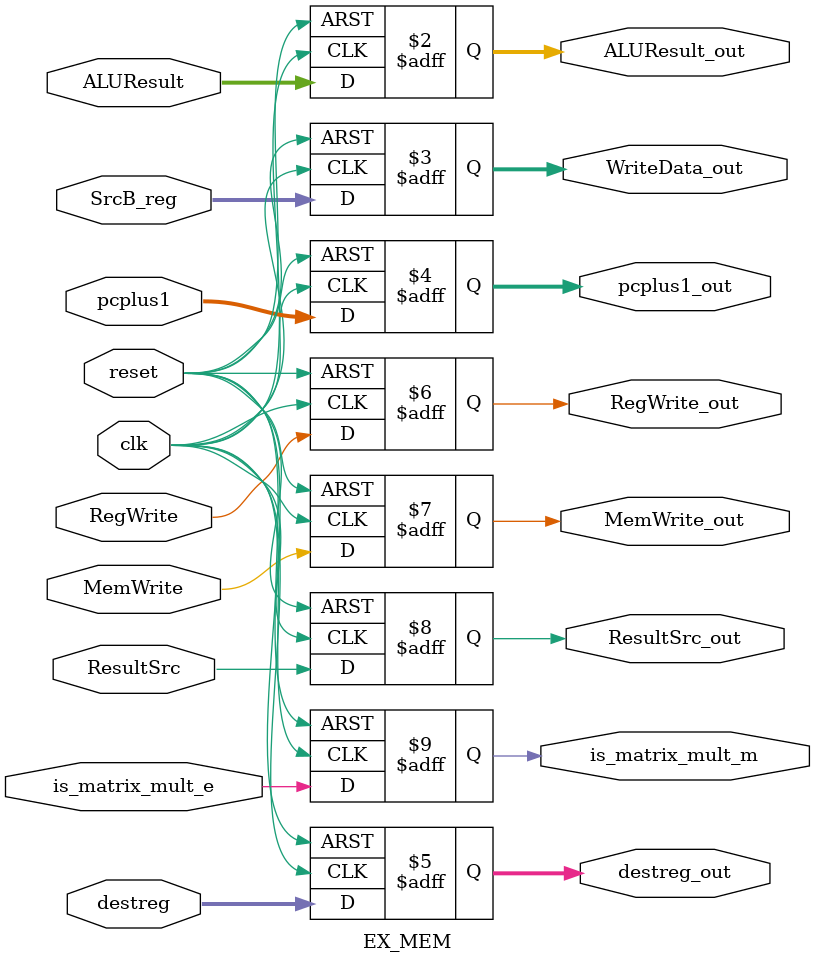
<source format=v>
`timescale 1ns / 1ps

//EX and MEM
module EX_MEM(
  input [7:0] ALUResult, SrcB_reg, pcplus1,
  input [2:0] destreg,
  input RegWrite, MemWrite, ResultSrc, is_matrix_mult_e,

  output reg [7:0] ALUResult_out, WriteData_out, pcplus1_out,
  output reg [2:0] destreg_out,
  output reg RegWrite_out, MemWrite_out, ResultSrc_out, is_matrix_mult_m,

  input clk, input reset
);
  always @(posedge clk or posedge reset) begin
    if (reset) begin
      ALUResult_out <= 0; WriteData_out <= 0; pcplus1_out <= 0;
      destreg_out <= 0; RegWrite_out <= 0; MemWrite_out <= 0; ResultSrc_out <= 0; 
      is_matrix_mult_m <= 0;
    end else begin
      ALUResult_out <= ALUResult; WriteData_out <= SrcB_reg; pcplus1_out <= pcplus1;
      destreg_out <= destreg;
      RegWrite_out <= RegWrite; MemWrite_out <= MemWrite; ResultSrc_out <= ResultSrc;
      is_matrix_mult_m <= is_matrix_mult_e;
    end
  end
endmodule

</source>
